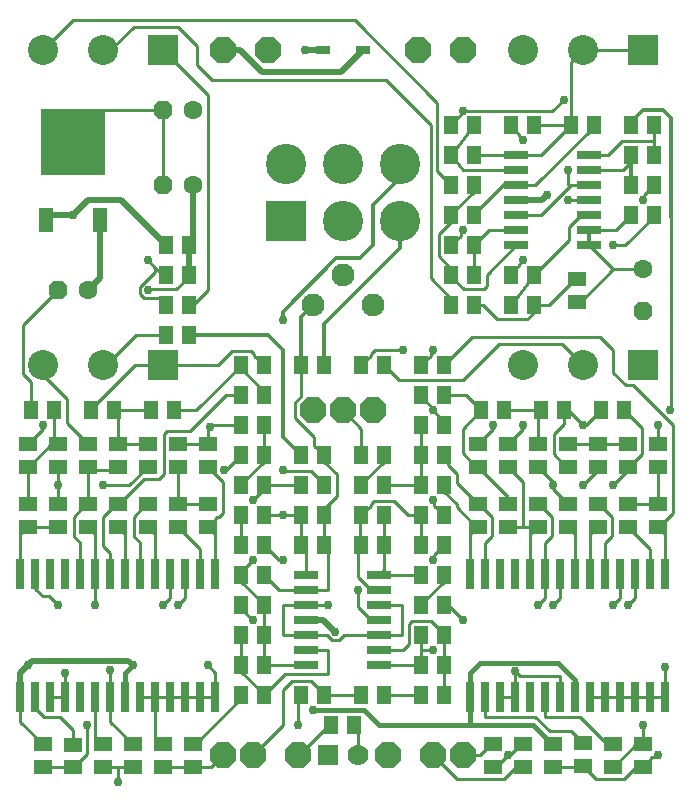
<source format=gbr>
G04 EAGLE Gerber RS-274X export*
G75*
%MOMM*%
%FSLAX34Y34*%
%LPD*%
%INTop Copper*%
%IPPOS*%
%AMOC8*
5,1,8,0,0,1.08239X$1,22.5*%
G01*
%ADD10P,2.336880X8X22.500000*%
%ADD11P,1.732040X8X202.500000*%
%ADD12C,1.600200*%
%ADD13R,1.300000X1.500000*%
%ADD14R,1.500000X1.300000*%
%ADD15C,1.778000*%
%ADD16R,1.778000X1.778000*%
%ADD17R,1.200000X0.750000*%
%ADD18R,2.540000X2.540000*%
%ADD19C,2.540000*%
%ADD20R,1.300000X2.150000*%
%ADD21R,5.500000X5.700000*%
%ADD22R,2.032000X0.660400*%
%ADD23P,2.336880X8X202.500000*%
%ADD24R,0.635000X2.540000*%
%ADD25R,3.416000X3.416000*%
%ADD26C,3.416000*%
%ADD27C,1.930400*%
%ADD28P,1.732040X8X292.500000*%
%ADD29C,0.756400*%
%ADD30C,0.508000*%
%ADD31C,0.254000*%
%ADD32C,0.406400*%
%ADD33C,0.304800*%


D10*
X190500Y838200D03*
D11*
X139700Y787400D03*
D12*
X165100Y787400D03*
D13*
X28600Y533400D03*
X47600Y533400D03*
D14*
X50800Y435000D03*
X50800Y454000D03*
X76200Y454000D03*
X76200Y435000D03*
D13*
X98400Y533400D03*
X79400Y533400D03*
X206400Y571500D03*
X225400Y571500D03*
D14*
X101600Y435000D03*
X101600Y454000D03*
X127000Y435000D03*
X127000Y454000D03*
X177800Y504800D03*
X177800Y485800D03*
X152400Y485800D03*
X152400Y504800D03*
D13*
X257200Y469900D03*
X276200Y469900D03*
D11*
X139700Y723900D03*
D12*
X165100Y723900D03*
D13*
X206400Y520700D03*
X225400Y520700D03*
D14*
X76200Y485800D03*
X76200Y504800D03*
X495300Y251410D03*
X495300Y232410D03*
D13*
X377800Y520700D03*
X358800Y520700D03*
X327000Y495300D03*
X308000Y495300D03*
D14*
X406400Y454000D03*
X406400Y435000D03*
X457200Y454000D03*
X457200Y435000D03*
X431800Y504800D03*
X431800Y485800D03*
D13*
X358800Y546100D03*
X377800Y546100D03*
X479400Y533400D03*
X460400Y533400D03*
D11*
X50800Y635000D03*
D12*
X76200Y635000D03*
D14*
X482600Y454000D03*
X482600Y435000D03*
X508000Y435000D03*
X508000Y454000D03*
D13*
X358800Y571500D03*
X377800Y571500D03*
D14*
X558800Y485800D03*
X558800Y504800D03*
X482600Y504800D03*
X482600Y485800D03*
D13*
X530200Y533400D03*
X511200Y533400D03*
X257200Y444500D03*
X276200Y444500D03*
X206400Y444500D03*
X225400Y444500D03*
X327000Y419100D03*
X308000Y419100D03*
X377800Y393700D03*
X358800Y393700D03*
X384200Y749300D03*
X403200Y749300D03*
X327000Y292100D03*
X308000Y292100D03*
X142900Y596900D03*
X161900Y596900D03*
X327000Y571500D03*
X308000Y571500D03*
X403200Y647700D03*
X384200Y647700D03*
D14*
X165100Y231800D03*
X165100Y250800D03*
D13*
X206400Y317500D03*
X225400Y317500D03*
D14*
X63500Y250140D03*
X63500Y231140D03*
D13*
X206400Y368300D03*
X225400Y368300D03*
D15*
X304800Y241300D03*
D16*
X279400Y241300D03*
D17*
X275100Y838200D03*
X309100Y838200D03*
D18*
X139700Y838200D03*
D19*
X88900Y838200D03*
X38100Y838200D03*
D10*
X393700Y838200D03*
X228600Y838200D03*
X355600Y838200D03*
X330200Y241300D03*
D20*
X40650Y694100D03*
D21*
X63500Y760750D03*
D20*
X86350Y694100D03*
D22*
X439166Y749300D03*
X500634Y749300D03*
X439166Y736600D03*
X439166Y723900D03*
X500634Y736600D03*
X500634Y723900D03*
X439166Y711200D03*
X500634Y711200D03*
X439166Y698500D03*
X439166Y685800D03*
X500634Y698500D03*
X500634Y685800D03*
X439166Y673100D03*
X500634Y673100D03*
X261366Y393700D03*
X322834Y393700D03*
X261366Y381000D03*
X261366Y368300D03*
X322834Y381000D03*
X322834Y368300D03*
X261366Y355600D03*
X322834Y355600D03*
X261366Y342900D03*
X261366Y330200D03*
X322834Y342900D03*
X322834Y330200D03*
X261366Y317500D03*
X322834Y317500D03*
D10*
X190500Y241300D03*
D23*
X254000Y241300D03*
D10*
X368300Y241300D03*
X393700Y241300D03*
D13*
X282600Y266700D03*
X301600Y266700D03*
X536600Y749300D03*
X555600Y749300D03*
X555600Y698500D03*
X536600Y698500D03*
X536600Y774700D03*
X555600Y774700D03*
D14*
X139700Y231800D03*
X139700Y250800D03*
D13*
X206400Y292100D03*
X225400Y292100D03*
X206400Y342900D03*
X225400Y342900D03*
D14*
X88900Y231800D03*
X88900Y250800D03*
X25400Y485800D03*
X25400Y504800D03*
D13*
X142900Y673100D03*
X161900Y673100D03*
D14*
X25400Y435000D03*
X25400Y454000D03*
X50800Y485800D03*
X50800Y504800D03*
X127000Y485800D03*
X127000Y504800D03*
X101600Y504800D03*
X101600Y485800D03*
D13*
X149200Y533400D03*
X130200Y533400D03*
X225400Y546100D03*
X206400Y546100D03*
X225400Y495300D03*
X206400Y495300D03*
X206400Y469900D03*
X225400Y469900D03*
D14*
X152400Y454000D03*
X152400Y435000D03*
X177800Y454000D03*
X177800Y435000D03*
D13*
X161900Y647700D03*
X142900Y647700D03*
D14*
X520700Y231800D03*
X520700Y250800D03*
D13*
X327000Y469900D03*
X308000Y469900D03*
X377800Y469900D03*
X358800Y469900D03*
X377800Y495300D03*
X358800Y495300D03*
D14*
X406400Y504800D03*
X406400Y485800D03*
X431800Y454000D03*
X431800Y435000D03*
D13*
X428600Y533400D03*
X409600Y533400D03*
D14*
X457200Y504800D03*
X457200Y485800D03*
X508000Y504800D03*
X508000Y485800D03*
X533400Y504800D03*
X533400Y485800D03*
D13*
X384200Y774700D03*
X403200Y774700D03*
D14*
X533400Y454000D03*
X533400Y435000D03*
X558800Y454000D03*
X558800Y435000D03*
D13*
X276200Y419100D03*
X257200Y419100D03*
X206400Y393700D03*
X225400Y393700D03*
X257200Y495300D03*
X276200Y495300D03*
X206400Y419100D03*
X225400Y419100D03*
D14*
X444500Y250800D03*
X444500Y231800D03*
D13*
X377800Y419100D03*
X358800Y419100D03*
X377800Y444500D03*
X358800Y444500D03*
X308000Y444500D03*
X327000Y444500D03*
X504800Y774700D03*
X485800Y774700D03*
X358800Y368300D03*
X377800Y368300D03*
D14*
X419100Y231800D03*
X419100Y250800D03*
D13*
X257200Y292100D03*
X276200Y292100D03*
X358800Y292100D03*
X377800Y292100D03*
X276200Y571500D03*
X257200Y571500D03*
X555600Y723900D03*
X536600Y723900D03*
X403200Y698500D03*
X384200Y698500D03*
X384200Y673100D03*
X403200Y673100D03*
X384200Y622300D03*
X403200Y622300D03*
X454000Y622300D03*
X435000Y622300D03*
D18*
X546100Y838200D03*
D19*
X495300Y838200D03*
X444500Y838200D03*
D24*
X19050Y290830D03*
X31750Y290830D03*
X44450Y290830D03*
X57150Y290830D03*
X69850Y290830D03*
X82550Y290830D03*
X95250Y290830D03*
X107950Y290830D03*
X120650Y290830D03*
X133350Y290830D03*
X146050Y290830D03*
X158750Y290830D03*
X171450Y290830D03*
X184150Y290830D03*
X184150Y394970D03*
X171450Y394970D03*
X158750Y394970D03*
X146050Y394970D03*
X133350Y394970D03*
X120650Y394970D03*
X107950Y394970D03*
X95250Y394970D03*
X82550Y394970D03*
X69850Y394970D03*
X57150Y394970D03*
X44450Y394970D03*
X31750Y394970D03*
X19050Y394970D03*
X400050Y290830D03*
X412750Y290830D03*
X425450Y290830D03*
X438150Y290830D03*
X450850Y290830D03*
X463550Y290830D03*
X476250Y290830D03*
X488950Y290830D03*
X501650Y290830D03*
X514350Y290830D03*
X527050Y290830D03*
X539750Y290830D03*
X552450Y290830D03*
X565150Y290830D03*
X565150Y394970D03*
X552450Y394970D03*
X539750Y394970D03*
X527050Y394970D03*
X514350Y394970D03*
X501650Y394970D03*
X488950Y394970D03*
X476250Y394970D03*
X463550Y394970D03*
X450850Y394970D03*
X438150Y394970D03*
X425450Y394970D03*
X412750Y394970D03*
X400050Y394970D03*
D14*
X469900Y231800D03*
X469900Y250800D03*
X38100Y231800D03*
X38100Y250800D03*
D13*
X435000Y647700D03*
X454000Y647700D03*
D14*
X490220Y625500D03*
X490220Y644500D03*
D18*
X139700Y571500D03*
D19*
X88900Y571500D03*
X38100Y571500D03*
D18*
X546100Y571500D03*
D19*
X495300Y571500D03*
X444500Y571500D03*
D14*
X114300Y250800D03*
X114300Y231800D03*
X546100Y231800D03*
X546100Y250800D03*
D10*
X292100Y533400D03*
X266700Y533400D03*
X317500Y533400D03*
X215900Y241300D03*
D13*
X377800Y317500D03*
X358800Y317500D03*
X358800Y342900D03*
X377800Y342900D03*
D25*
X243760Y693420D03*
D26*
X292060Y693420D03*
X340360Y693420D03*
X243760Y741720D03*
X292060Y741720D03*
X340360Y741720D03*
D27*
X266700Y622300D03*
X292100Y647700D03*
X317500Y622300D03*
D13*
X384200Y723900D03*
X403200Y723900D03*
X142900Y622300D03*
X161900Y622300D03*
X454000Y774700D03*
X435000Y774700D03*
D28*
X546100Y617220D03*
D12*
X546100Y652780D03*
D29*
X63500Y698500D03*
D30*
X45050Y698500D01*
X40650Y694100D01*
X63500Y698500D02*
X76200Y711200D01*
X104800Y711200D02*
X142900Y673100D01*
X104800Y711200D02*
X76200Y711200D01*
D29*
X465250Y715850D03*
D30*
X460600Y711200D01*
X439166Y711200D01*
D29*
X285750Y345440D03*
D30*
X275590Y355600D01*
X261366Y355600D01*
X260350Y838200D02*
X275100Y838200D01*
D29*
X260350Y838200D03*
D30*
X161900Y673100D02*
X161900Y647700D01*
X161900Y673100D02*
X165100Y676300D01*
X165100Y723900D01*
D31*
X241300Y368300D02*
X261366Y368300D01*
X241300Y368300D02*
X241300Y342900D01*
X261366Y342900D01*
X322834Y368300D02*
X342394Y368300D01*
X342394Y342900D01*
X322834Y342900D01*
X439166Y698500D02*
X459740Y698500D01*
X485140Y723900D01*
X482600Y723900D01*
X485140Y723900D02*
X500634Y723900D01*
D29*
X479224Y796290D03*
D31*
X394911Y786518D02*
X394747Y786353D01*
X384200Y775807D01*
X384200Y774700D01*
X469452Y786518D02*
X479224Y796290D01*
X469452Y786518D02*
X394911Y786518D01*
D29*
X482600Y736600D03*
D31*
X482600Y723900D01*
X278591Y342900D02*
X261366Y342900D01*
X278591Y342900D02*
X282909Y338582D01*
X288591Y338582D01*
X292909Y342900D02*
X322834Y342900D01*
X292909Y342900D02*
X288591Y338582D01*
D29*
X127000Y635000D03*
D31*
X127882Y635882D01*
X161900Y646593D02*
X161900Y647700D01*
X161900Y646593D02*
X151189Y635882D01*
X127882Y635882D01*
X261366Y368300D02*
X279400Y368300D01*
D29*
X279400Y368300D03*
D31*
X394747Y786353D02*
X394213Y787217D01*
D29*
X394213Y787217D03*
D31*
X184150Y290830D02*
X171450Y290830D01*
X158750Y290830D01*
X146050Y290830D01*
X133350Y290830D01*
X120650Y290830D01*
X184150Y290830D02*
X184150Y311150D01*
X177800Y317500D01*
D29*
X177800Y317500D03*
D31*
X57150Y290830D02*
X44450Y290830D01*
X133350Y257150D02*
X139700Y250800D01*
X133350Y257150D02*
X133350Y290830D01*
X95250Y269850D02*
X114300Y250800D01*
X95250Y269850D02*
X95250Y290830D01*
X95250Y313690D01*
D29*
X95250Y313690D03*
D31*
X552450Y290830D02*
X565150Y290830D01*
X552450Y290830D02*
X539750Y290830D01*
X527050Y290830D01*
X514350Y290830D01*
X501650Y290830D01*
X565150Y290830D02*
X565150Y316230D01*
D29*
X565150Y316230D03*
D31*
X438150Y290830D02*
X425450Y290830D01*
X438150Y290830D02*
X438150Y312420D01*
D29*
X438150Y312420D03*
D31*
X476250Y308610D02*
X476250Y290830D01*
X476250Y308610D02*
X441960Y308610D01*
X438150Y312420D01*
X177800Y504800D02*
X152400Y504800D01*
X179400Y519100D02*
X181000Y520700D01*
X206400Y520700D01*
X179400Y519100D02*
X177800Y517500D01*
X177800Y504800D01*
D29*
X179400Y519100D03*
D31*
X28600Y533400D02*
X28600Y556933D01*
X21082Y564451D01*
X21082Y605282D01*
X50800Y635000D01*
X57150Y311150D02*
X57150Y290830D01*
D29*
X57150Y311150D03*
D31*
X482600Y711200D02*
X500634Y711200D01*
D29*
X482600Y711200D03*
D31*
X540807Y231800D02*
X546100Y231800D01*
X540807Y231800D02*
X529989Y220982D01*
X506728Y220982D01*
X495300Y232410D01*
X494690Y231800D02*
X469900Y231800D01*
X494690Y231800D02*
X495300Y232410D01*
D29*
X558800Y241300D03*
D31*
X554282Y239982D02*
X546100Y231800D01*
X554282Y239982D02*
X555389Y239982D01*
X556707Y241300D01*
X558800Y241300D01*
X422300Y231800D02*
X419100Y231800D01*
X422300Y231800D02*
X431800Y241300D01*
D29*
X431800Y241300D03*
D31*
X443393Y250800D02*
X444500Y250800D01*
X443393Y250800D02*
X433893Y241300D01*
X431800Y241300D01*
D29*
X304800Y381000D03*
X241300Y482600D03*
D31*
X276200Y471007D02*
X276200Y469900D01*
X276200Y471007D02*
X265489Y481718D01*
X242182Y481718D02*
X241300Y482600D01*
X242182Y481718D02*
X265489Y481718D01*
X257200Y292100D02*
X254000Y288900D01*
X254000Y266700D01*
D29*
X254000Y266700D03*
D31*
X498500Y520700D02*
X511200Y533400D01*
X498500Y520700D02*
X495300Y520700D01*
D29*
X495300Y520700D03*
D31*
X482600Y533400D02*
X479400Y533400D01*
X482600Y533400D02*
X495300Y520700D01*
X377800Y520700D02*
X377800Y523900D01*
X368300Y533400D01*
D29*
X368300Y533400D03*
D31*
X368300Y535493D02*
X358800Y544993D01*
X358800Y546100D01*
X368300Y535493D02*
X368300Y533400D01*
D29*
X368300Y584200D03*
D31*
X366982Y579682D02*
X358800Y571500D01*
X366982Y579682D02*
X366982Y580789D01*
X368300Y582107D01*
X368300Y584200D01*
X217218Y580789D02*
X214689Y583318D01*
X198111Y583318D01*
X217218Y579682D02*
X225400Y571500D01*
X217218Y579682D02*
X217218Y580789D01*
X186293Y571500D02*
X139700Y571500D01*
X186293Y571500D02*
X198111Y583318D01*
X142900Y647700D02*
X139700Y647700D01*
X133350Y654050D01*
D29*
X127000Y660400D03*
D31*
X133350Y654050D01*
X139700Y723900D02*
X139700Y787400D01*
X38100Y231800D02*
X38760Y231140D01*
X63500Y231140D01*
D29*
X75974Y266700D03*
D31*
X75974Y242507D02*
X64607Y231140D01*
X63500Y231140D01*
X75974Y242507D02*
X75974Y266700D01*
X558800Y504800D02*
X558800Y520700D01*
D29*
X558800Y520700D03*
D31*
X470782Y513089D02*
X470782Y496511D01*
X479400Y521707D02*
X479400Y533400D01*
X479400Y521707D02*
X470782Y513089D01*
X481493Y485800D02*
X482600Y485800D01*
X481493Y485800D02*
X470782Y496511D01*
X90150Y787400D02*
X63500Y760750D01*
X90150Y787400D02*
X139700Y787400D01*
X116393Y571500D02*
X79400Y534507D01*
X79400Y533400D01*
X116393Y571500D02*
X139700Y571500D01*
X435000Y647700D02*
X444500Y660400D01*
D29*
X444500Y660400D03*
D31*
X124276Y628424D02*
X120424Y632276D01*
X120424Y637724D01*
X136776Y628424D02*
X142900Y622300D01*
X133350Y650650D02*
X133350Y654050D01*
X136776Y628424D02*
X124276Y628424D01*
X120424Y637724D02*
X133350Y650650D01*
X304800Y366765D02*
X315965Y355600D01*
X322834Y355600D01*
X304800Y366765D02*
X304800Y381000D01*
D30*
X76200Y635000D02*
X86350Y645150D01*
X86350Y694100D01*
D31*
X19050Y269850D02*
X38100Y250800D01*
X19050Y269850D02*
X19050Y290830D01*
D29*
X25400Y317500D03*
D30*
X19050Y311150D02*
X19050Y290830D01*
X19050Y311150D02*
X25400Y317500D01*
D29*
X266700Y279400D03*
D32*
X400050Y266700D02*
X453300Y266700D01*
X400050Y266700D02*
X322784Y266700D01*
X266820Y279280D02*
X266700Y279400D01*
X310204Y279280D02*
X322784Y266700D01*
X310204Y279280D02*
X266820Y279280D01*
D29*
X114300Y317500D03*
D32*
X107950Y311150D02*
X107950Y290830D01*
X107950Y311150D02*
X114300Y317500D01*
X464732Y255268D02*
X465432Y255268D01*
X469900Y250800D01*
X464732Y255268D02*
X453300Y266700D01*
X408658Y319758D02*
X400050Y311150D01*
X400050Y290830D01*
X408658Y319758D02*
X474082Y319758D01*
X488950Y304890D01*
X488950Y290830D01*
X400050Y290830D02*
X400050Y266700D01*
D30*
X110264Y321536D02*
X29436Y321536D01*
X25400Y317500D01*
X110264Y321536D02*
X114300Y317500D01*
D31*
X393700Y736600D02*
X439166Y736600D01*
X403200Y774700D02*
X384200Y749300D01*
X393700Y736600D01*
X485800Y774700D02*
X485800Y828700D01*
X495300Y838200D01*
X546100Y838200D01*
X439166Y749300D02*
X403200Y749300D01*
X439166Y749300D02*
X460400Y749300D01*
X485800Y774700D01*
X454000Y774700D01*
X504800Y774700D02*
X504800Y773593D01*
X455107Y723900D01*
X439166Y723900D01*
D33*
X428600Y723900D01*
X403200Y698500D01*
D31*
X439166Y673100D02*
X414018Y647952D01*
X414018Y638411D01*
X411489Y635882D01*
X394911Y635882D01*
X384200Y646593D01*
X384200Y647700D01*
X373382Y663811D02*
X373382Y682389D01*
X384200Y652993D02*
X384200Y647700D01*
X384200Y693207D02*
X384200Y698500D01*
X373382Y663811D02*
X384200Y652993D01*
X373382Y682389D02*
X384200Y693207D01*
X403200Y718607D02*
X403200Y723900D01*
X403200Y718607D02*
X384200Y699607D01*
X384200Y698500D01*
D29*
X393700Y685800D03*
D31*
X392382Y681282D02*
X384200Y673100D01*
X392382Y681282D02*
X392382Y685800D01*
X393700Y685800D01*
X444500Y762000D02*
X435000Y774700D01*
D29*
X444500Y762000D03*
D31*
X415900Y685800D02*
X403200Y673100D01*
X415900Y685800D02*
X439166Y685800D01*
X403200Y673100D02*
X403200Y647700D01*
X555600Y749300D02*
X555600Y762000D01*
X555600Y774700D01*
X516493Y749300D02*
X500634Y749300D01*
X554718Y761118D02*
X555600Y762000D01*
X528311Y761118D02*
X516493Y749300D01*
X528311Y761118D02*
X554718Y761118D01*
X546100Y250800D02*
X540807Y250800D01*
X521807Y231800D01*
X520700Y231800D01*
D29*
X568988Y533400D03*
X546100Y266700D03*
D31*
X546100Y250800D01*
X570258Y534670D02*
X570258Y697230D01*
X570258Y534670D02*
X568988Y533400D01*
D33*
X536600Y774700D02*
X536600Y777900D01*
X546100Y787400D01*
X570258Y780508D02*
X570258Y697230D01*
X570258Y780508D02*
X563366Y787400D01*
X546100Y787400D01*
D31*
X114300Y231800D02*
X101600Y231800D01*
X88900Y231800D01*
D29*
X101600Y218412D03*
D31*
X101600Y231800D01*
D29*
X520700Y673100D03*
D31*
X555600Y697393D02*
X555600Y698500D01*
X555600Y697393D02*
X531307Y673100D01*
X520700Y673100D01*
X536600Y744007D02*
X536600Y749300D01*
D33*
X536600Y723900D01*
D31*
X529193Y736600D02*
X500634Y736600D01*
X529193Y736600D02*
X536600Y744007D01*
X190500Y241300D02*
X181000Y231800D01*
X165100Y231800D01*
X139700Y231800D01*
X167640Y250800D02*
X206400Y289560D01*
X167640Y250800D02*
X165100Y250800D01*
X206400Y289560D02*
X206400Y292100D01*
X206400Y317500D02*
X206400Y342900D01*
X206400Y317500D02*
X206400Y312207D01*
X225400Y293207D02*
X225400Y292100D01*
X225400Y293207D02*
X206400Y312207D01*
X261366Y330200D02*
X279400Y330200D01*
X243180Y309880D02*
X225400Y292100D01*
X243180Y309880D02*
X279400Y309880D01*
X279400Y330200D01*
X63500Y262840D02*
X63500Y250140D01*
X63500Y262840D02*
X52528Y273812D01*
X39486Y273812D01*
X31750Y281548D01*
X31750Y290830D01*
X25400Y454000D02*
X25400Y485800D01*
X45507Y504800D02*
X50800Y504800D01*
X26507Y485800D02*
X25400Y485800D01*
X26507Y485800D02*
X45507Y504800D01*
X47600Y508000D02*
X50800Y504800D01*
X47600Y508000D02*
X47600Y533400D01*
X50800Y435000D02*
X25400Y435000D01*
X19050Y428650D02*
X19050Y394970D01*
X19050Y428650D02*
X25400Y435000D01*
X50800Y454000D02*
X50800Y469900D01*
X31750Y382270D02*
X38100Y375920D01*
X31750Y382270D02*
X31750Y394970D01*
X43180Y375920D02*
X50800Y368300D01*
X43180Y375920D02*
X38100Y375920D01*
X50800Y469900D02*
X50800Y485800D01*
D29*
X50800Y469900D03*
X50800Y368300D03*
D31*
X25400Y504800D02*
X38100Y517500D01*
X38100Y520700D01*
D29*
X38100Y520700D03*
X215900Y355600D03*
D31*
X206400Y365100D01*
X206400Y368300D01*
X82550Y368300D02*
X82550Y394970D01*
X111100Y469900D02*
X127000Y485800D01*
X111100Y469900D02*
X88900Y469900D01*
D29*
X88900Y469900D03*
X82550Y368300D03*
D31*
X82550Y428650D02*
X76200Y435000D01*
X82550Y428650D02*
X82550Y394970D01*
X98400Y533400D02*
X130200Y533400D01*
X101600Y530200D02*
X98400Y533400D01*
X101600Y530200D02*
X101600Y504800D01*
X127000Y504800D01*
X107950Y428650D02*
X107950Y394970D01*
X107950Y428650D02*
X101600Y435000D01*
X95250Y412750D02*
X95250Y394970D01*
X95250Y412750D02*
X89126Y418874D01*
X100493Y454000D02*
X101600Y454000D01*
X100493Y454000D02*
X89126Y442633D01*
X89126Y418874D01*
X193700Y546100D02*
X206400Y546100D01*
X124085Y474982D02*
X103103Y454000D01*
X101600Y454000D01*
X124085Y474982D02*
X136289Y474982D01*
X140582Y513089D02*
X143111Y515618D01*
X163218Y515618D02*
X193700Y546100D01*
X163218Y515618D02*
X143111Y515618D01*
X140582Y479275D02*
X136289Y474982D01*
X140582Y479275D02*
X140582Y513089D01*
X149200Y533400D02*
X168300Y533400D01*
X204800Y569900D01*
X206400Y571500D01*
X225400Y549300D02*
X225400Y546100D01*
X225400Y549300D02*
X204800Y569900D01*
X133350Y428650D02*
X133350Y394970D01*
X133350Y428650D02*
X127000Y435000D01*
X115182Y443289D02*
X115182Y426711D01*
X120650Y421243D02*
X120650Y394970D01*
X120650Y421243D02*
X115182Y426711D01*
X125893Y454000D02*
X127000Y454000D01*
X125893Y454000D02*
X115182Y443289D01*
X184150Y428650D02*
X184150Y394970D01*
X184150Y428650D02*
X177800Y435000D01*
X185982Y443182D01*
X187089Y443182D01*
X190500Y446593D01*
X190500Y473100D02*
X177800Y485800D01*
X190500Y473100D02*
X190500Y446593D01*
X171450Y415950D02*
X152400Y435000D01*
X171450Y415950D02*
X171450Y394970D01*
X177800Y454000D02*
X152400Y454000D01*
X152400Y485800D01*
X158750Y394970D02*
X158750Y374650D01*
X152400Y368300D01*
D29*
X152400Y368300D03*
X215900Y457200D03*
D31*
X225400Y466700D01*
X225400Y469900D01*
X257200Y469900D01*
X206400Y495300D02*
X193700Y482600D01*
X191770Y482600D01*
D29*
X191770Y482600D03*
X139926Y368300D03*
D31*
X146050Y374424D02*
X146050Y394970D01*
X146050Y374424D02*
X139926Y368300D01*
X225400Y490007D02*
X225400Y495300D01*
X225400Y490007D02*
X206400Y471007D01*
X206400Y469900D01*
X225400Y495300D02*
X225400Y520700D01*
X76200Y482600D02*
X76200Y454000D01*
X76200Y482600D02*
X76200Y485800D01*
X98400Y482600D02*
X101600Y485800D01*
X98400Y482600D02*
X76200Y482600D01*
X64382Y443289D02*
X64382Y426711D01*
X69850Y421243D02*
X69850Y394970D01*
X69850Y421243D02*
X64382Y426711D01*
X75093Y454000D02*
X76200Y454000D01*
X75093Y454000D02*
X64382Y443289D01*
X76200Y504800D02*
X58418Y522582D01*
X38100Y563007D02*
X38100Y571500D01*
X58418Y542689D02*
X58418Y522582D01*
X58418Y542689D02*
X38100Y563007D01*
X455168Y273812D02*
X467362Y261618D01*
X455168Y273812D02*
X412750Y273812D01*
X412750Y290830D01*
X485092Y261618D02*
X495300Y251410D01*
X485092Y261618D02*
X467362Y261618D01*
X327000Y490007D02*
X327000Y495300D01*
X327000Y490007D02*
X308000Y471007D01*
X308000Y469900D01*
X418218Y443289D02*
X418218Y426711D01*
X412750Y421243D02*
X412750Y394970D01*
X412750Y421243D02*
X418218Y426711D01*
X418218Y443289D02*
X407507Y454000D01*
X406400Y454000D01*
X388618Y471782D01*
X388618Y479189D01*
X381000Y486807D02*
X381000Y495300D01*
X381000Y486807D02*
X388618Y479189D01*
X381000Y495300D02*
X377800Y495300D01*
X400050Y428650D02*
X400050Y394970D01*
X400050Y428650D02*
X406400Y435000D01*
X377800Y464607D02*
X377800Y469900D01*
X405293Y435000D02*
X406400Y435000D01*
X405293Y435000D02*
X388618Y451675D01*
X388618Y453789D02*
X377800Y464607D01*
X388618Y453789D02*
X388618Y451675D01*
X358800Y469900D02*
X358800Y495300D01*
X358800Y520700D01*
X358800Y469900D02*
X327000Y469900D01*
X488950Y428650D02*
X488950Y394970D01*
X488950Y428650D02*
X482600Y435000D01*
X482600Y454000D02*
X469900Y466700D01*
X469900Y469900D01*
D29*
X469900Y469900D03*
X469900Y368300D03*
D31*
X476250Y374650D01*
X476250Y394970D01*
X469900Y473100D02*
X457200Y485800D01*
X469900Y473100D02*
X469900Y469900D01*
X457200Y504800D02*
X457200Y530200D01*
X460400Y533400D01*
X428600Y533400D01*
X396900Y546100D02*
X377800Y546100D01*
X396900Y546100D02*
X409600Y533400D01*
X393700Y517500D01*
X405293Y485800D02*
X406400Y485800D01*
X405293Y485800D02*
X393700Y497393D01*
X393700Y517500D01*
X406400Y485800D02*
X431800Y460400D01*
X431800Y454000D01*
X469018Y443289D02*
X469018Y426711D01*
X463550Y421243D02*
X463550Y394970D01*
X463550Y421243D02*
X469018Y426711D01*
X469018Y443289D02*
X458307Y454000D01*
X457200Y454000D01*
X406400Y504800D02*
X419100Y517500D01*
X419100Y520700D01*
D29*
X419100Y520700D03*
X457200Y368300D03*
D31*
X463550Y374650D01*
X463550Y394970D01*
X457200Y435000D02*
X444500Y435000D01*
X431800Y435000D01*
X450850Y428650D02*
X450850Y394970D01*
X450850Y428650D02*
X457200Y435000D01*
X444500Y473100D02*
X431800Y485800D01*
X444500Y473100D02*
X444500Y435000D01*
X431800Y504800D02*
X444500Y517500D01*
X444500Y520700D01*
D29*
X444500Y520700D03*
D31*
X519818Y443289D02*
X519818Y426711D01*
X514350Y421243D02*
X514350Y394970D01*
X514350Y421243D02*
X519818Y426711D01*
X519818Y443289D02*
X509107Y454000D01*
X508000Y454000D01*
X501650Y428650D02*
X501650Y394970D01*
X501650Y428650D02*
X508000Y435000D01*
X508000Y482600D02*
X508000Y485800D01*
X508000Y482600D02*
X495300Y469900D01*
D29*
X495300Y469900D03*
X520700Y368300D03*
D31*
X527050Y374650D01*
X527050Y394970D01*
X534507Y485800D02*
X545218Y496511D01*
X534507Y485800D02*
X533400Y485800D01*
X545218Y496511D02*
X545218Y518382D01*
X530200Y533400D01*
X533400Y485800D02*
X533400Y482600D01*
X520700Y469900D01*
D29*
X520700Y469900D03*
X533400Y368300D03*
D31*
X539750Y374650D01*
X539750Y394970D01*
X533400Y504800D02*
X508000Y504800D01*
X482600Y504800D01*
X552450Y415950D02*
X552450Y394970D01*
X552450Y415950D02*
X533400Y435000D01*
X565150Y428650D02*
X565150Y394970D01*
X565150Y428650D02*
X558800Y435000D01*
X559907Y435000D01*
X571500Y446593D01*
X537718Y554482D02*
X531611Y554482D01*
X520700Y565393D01*
X537718Y554482D02*
X571500Y520700D01*
X520700Y565393D02*
X520700Y584200D01*
X401422Y595122D02*
X377800Y571500D01*
X571500Y520700D02*
X571500Y446593D01*
X520700Y584200D02*
X509778Y595122D01*
X401422Y595122D01*
X533400Y454000D02*
X558800Y454000D01*
X558800Y485800D01*
X238100Y381000D02*
X225400Y393700D01*
X238100Y381000D02*
X261366Y381000D01*
X276200Y419100D02*
X276200Y444500D01*
X287018Y460611D02*
X287018Y479189D01*
X276200Y449793D02*
X276200Y444500D01*
X276200Y490007D02*
X276200Y495300D01*
X287018Y460611D02*
X276200Y449793D01*
X287018Y479189D02*
X276200Y490007D01*
X279400Y381000D02*
X261366Y381000D01*
X279400Y381000D02*
X279400Y415900D01*
X276200Y419100D01*
X276200Y495300D02*
X268018Y503482D01*
X251587Y527140D02*
X251587Y539660D01*
X257200Y545273D01*
X257200Y571500D01*
X268018Y510709D02*
X268018Y503482D01*
X268018Y510709D02*
X251587Y527140D01*
D33*
X257200Y571500D02*
X257200Y612800D01*
X266700Y622300D01*
D31*
X261366Y414934D02*
X261366Y393700D01*
X261366Y414934D02*
X257200Y419100D01*
X257200Y444500D01*
X241300Y444500D01*
X225400Y444500D01*
D33*
X340360Y730250D02*
X340360Y741720D01*
X340360Y730250D02*
X317500Y707390D01*
X317500Y673100D01*
D29*
X241300Y609600D03*
X241300Y444500D03*
D33*
X241300Y609600D02*
X241300Y617016D01*
X286208Y661924D01*
X306324Y661924D01*
X317500Y673100D01*
D31*
X206400Y444500D02*
X206400Y419100D01*
X225400Y419100D02*
X238100Y406400D01*
X241300Y406400D01*
D29*
X241300Y406400D03*
D31*
X439207Y231800D02*
X444500Y231800D01*
X439207Y231800D02*
X428389Y220982D01*
X388618Y220982D01*
X368300Y241300D01*
X255513Y241300D02*
X254000Y241300D01*
X280913Y266700D02*
X282600Y266700D01*
X280913Y266700D02*
X255513Y241300D01*
X304800Y415900D02*
X306400Y417500D01*
X308000Y419100D01*
X304800Y392165D02*
X315965Y381000D01*
X322834Y381000D01*
X304800Y392165D02*
X304800Y415900D01*
X358800Y419100D02*
X358800Y444500D01*
X335289Y456318D02*
X318711Y456318D01*
X316182Y453789D01*
X347107Y444500D02*
X358800Y444500D01*
X316182Y452682D02*
X316182Y453789D01*
X316182Y452682D02*
X308000Y444500D01*
X335289Y456318D02*
X347107Y444500D01*
X308000Y444500D02*
X306400Y442900D01*
X306400Y417500D01*
X327000Y419100D02*
X327000Y397866D01*
X322834Y393700D01*
X327000Y419100D02*
X327000Y444500D01*
X322834Y393700D02*
X358800Y393700D01*
X377800Y393700D02*
X377800Y388407D01*
X358800Y369407D01*
X358800Y368300D01*
X393700Y241300D02*
X408493Y241300D01*
X417993Y250800D02*
X419100Y250800D01*
X417993Y250800D02*
X408493Y241300D01*
D29*
X393700Y355600D03*
D31*
X381000Y368300D01*
X377800Y368300D01*
X92100Y571500D02*
X88900Y571500D01*
X117500Y596900D02*
X142900Y596900D01*
X117500Y596900D02*
X92100Y571500D01*
X327000Y571500D02*
X339700Y558800D01*
X393700Y558800D01*
X424180Y589280D02*
X477520Y589280D01*
X495300Y571500D01*
X424180Y589280D02*
X393700Y558800D01*
D33*
X276200Y571500D02*
X276200Y606400D01*
X340360Y670560D02*
X340360Y693420D01*
X340360Y670560D02*
X276200Y606400D01*
D29*
X368300Y457200D03*
D31*
X369618Y452682D02*
X377800Y444500D01*
X369618Y452682D02*
X369618Y453789D01*
X368300Y455107D01*
X368300Y457200D01*
D29*
X342900Y584200D03*
D31*
X316182Y580789D02*
X316182Y579682D01*
X308000Y571500D01*
X319593Y584200D02*
X342900Y584200D01*
X319593Y584200D02*
X316182Y580789D01*
X225400Y342900D02*
X225400Y317500D01*
X261366Y317500D01*
X225400Y342900D02*
X225400Y368300D01*
X206400Y388407D02*
X206400Y393700D01*
X225400Y369407D02*
X225400Y368300D01*
X225400Y369407D02*
X206400Y388407D01*
X206400Y393700D02*
X206400Y396900D01*
X215900Y406400D01*
D29*
X215900Y406400D03*
D31*
X403200Y622300D02*
X411083Y622300D01*
X489113Y644500D02*
X490220Y644500D01*
X466913Y622300D02*
X454000Y622300D01*
X466913Y622300D02*
X489113Y644500D01*
X448369Y610482D02*
X422901Y610482D01*
X454000Y616113D02*
X454000Y622300D01*
X454000Y616113D02*
X448369Y610482D01*
X422901Y610482D02*
X411083Y622300D01*
X435000Y622300D02*
X454000Y647700D01*
X483616Y677316D01*
X483616Y688351D01*
X493765Y698500D01*
X500634Y698500D01*
X82550Y257150D02*
X88900Y250800D01*
X82550Y257150D02*
X82550Y290830D01*
X516017Y250800D02*
X520700Y250800D01*
X463550Y279400D02*
X463550Y290830D01*
X463550Y279400D02*
X463550Y273812D01*
X493005Y273812D01*
X516017Y250800D01*
X308000Y495300D02*
X308000Y517500D01*
X292100Y533400D01*
X241300Y266700D02*
X215900Y241300D01*
X276200Y292100D02*
X308000Y292100D01*
X276200Y292100D02*
X276200Y293207D01*
X265115Y304292D01*
X249285Y304292D02*
X241300Y296307D01*
X249285Y304292D02*
X265115Y304292D01*
X241300Y296307D02*
X241300Y266700D01*
X327000Y292100D02*
X358800Y292100D01*
X377800Y292100D02*
X377800Y317500D01*
X377800Y342900D01*
X367089Y354718D02*
X350511Y354718D01*
X347982Y352189D01*
X347982Y335282D01*
X342900Y330200D01*
X377800Y342900D02*
X377800Y344007D01*
X367089Y354718D01*
X342900Y330200D02*
X322834Y330200D01*
X358800Y330200D02*
X358800Y342900D01*
X358800Y330200D02*
X358800Y317500D01*
X322834Y317500D01*
D29*
X368300Y406400D03*
D31*
X369618Y410918D02*
X377800Y419100D01*
X369618Y410918D02*
X369618Y409811D01*
X368300Y408493D01*
X368300Y406400D01*
D29*
X368300Y330200D03*
D31*
X358800Y330200D01*
X304800Y263500D02*
X304800Y241300D01*
X304800Y263500D02*
X301600Y266700D01*
D33*
X500634Y673100D02*
X500634Y685800D01*
D31*
X523900Y685800D02*
X536600Y698500D01*
X523900Y685800D02*
X500634Y685800D01*
X520954Y652780D02*
X546100Y652780D01*
X520954Y652780D02*
X500634Y673100D01*
X493674Y625500D02*
X490220Y625500D01*
X493674Y625500D02*
X520954Y652780D01*
D33*
X257200Y495300D02*
X241300Y511200D01*
X241300Y584200D01*
X228600Y596900D01*
X161900Y596900D01*
D31*
X38100Y838200D02*
X63500Y863600D01*
X302260Y863600D02*
X372110Y793750D01*
X302260Y863600D02*
X63500Y863600D01*
X372110Y735990D02*
X384200Y723900D01*
X372110Y735990D02*
X372110Y793750D01*
X177800Y800100D02*
X139700Y838200D01*
X177800Y800100D02*
X177800Y635000D01*
X165100Y622300D01*
X161900Y622300D01*
X95493Y838200D02*
X88900Y838200D01*
X95493Y838200D02*
X115305Y858012D01*
X152400Y858012D01*
X168656Y841756D01*
X384200Y627593D02*
X384200Y622300D01*
X384200Y627593D02*
X366522Y645271D01*
X366522Y774700D01*
X328422Y812800D01*
X181827Y812800D01*
X168656Y825971D01*
X168656Y841756D01*
D29*
X546100Y711200D03*
D31*
X546100Y713293D01*
X547418Y714611D01*
X547418Y715718D01*
X555600Y723900D01*
D30*
X205431Y838200D02*
X190500Y838200D01*
X205431Y838200D02*
X223973Y819658D01*
X290558Y819658D02*
X309100Y838200D01*
X290558Y819658D02*
X223973Y819658D01*
M02*

</source>
